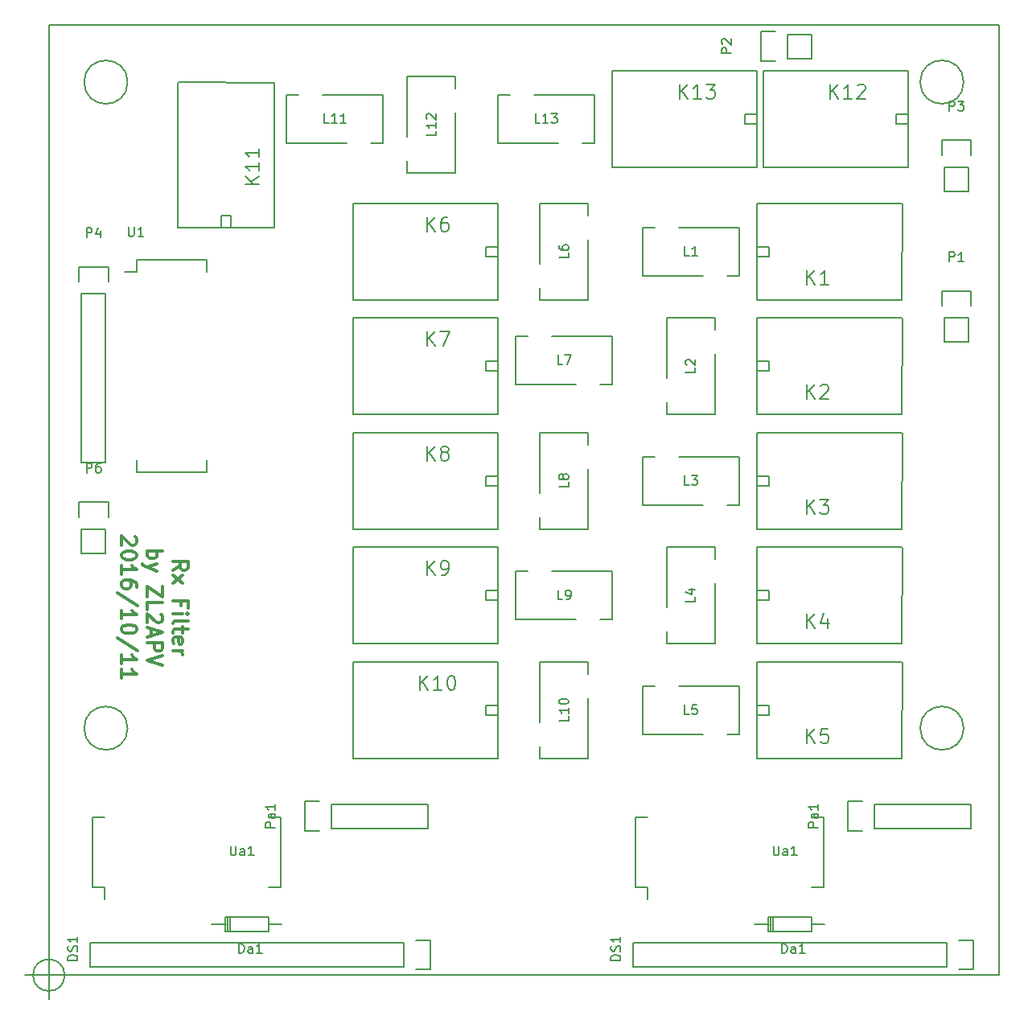
<source format=gbr>
G04 #@! TF.FileFunction,Legend,Top*
%FSLAX46Y46*%
G04 Gerber Fmt 4.6, Leading zero omitted, Abs format (unit mm)*
G04 Created by KiCad (PCBNEW 4.0.4+e1-6308~48~ubuntu14.04.1-stable) date Tue Oct 11 14:30:50 2016*
%MOMM*%
%LPD*%
G01*
G04 APERTURE LIST*
%ADD10C,0.100000*%
%ADD11C,0.150000*%
%ADD12C,0.300000*%
G04 APERTURE END LIST*
D10*
D11*
X89666666Y-160000000D02*
G75*
G03X89666666Y-160000000I-1666666J0D01*
G01*
X85500000Y-160000000D02*
X90500000Y-160000000D01*
X88000000Y-157500000D02*
X88000000Y-162500000D01*
D12*
X101036190Y-117399285D02*
X101798095Y-116865952D01*
X101036190Y-116484999D02*
X102636190Y-116484999D01*
X102636190Y-117094523D01*
X102560000Y-117246904D01*
X102483810Y-117323095D01*
X102331429Y-117399285D01*
X102102857Y-117399285D01*
X101950476Y-117323095D01*
X101874286Y-117246904D01*
X101798095Y-117094523D01*
X101798095Y-116484999D01*
X101036190Y-117932618D02*
X102102857Y-118770714D01*
X102102857Y-117932618D02*
X101036190Y-118770714D01*
X101874286Y-121132619D02*
X101874286Y-120599285D01*
X101036190Y-120599285D02*
X102636190Y-120599285D01*
X102636190Y-121361190D01*
X101036190Y-121970714D02*
X102102857Y-121970714D01*
X102636190Y-121970714D02*
X102560000Y-121894524D01*
X102483810Y-121970714D01*
X102560000Y-122046905D01*
X102636190Y-121970714D01*
X102483810Y-121970714D01*
X101036190Y-122961191D02*
X101112381Y-122808810D01*
X101264762Y-122732619D01*
X102636190Y-122732619D01*
X102102857Y-123342143D02*
X102102857Y-123951667D01*
X102636190Y-123570714D02*
X101264762Y-123570714D01*
X101112381Y-123646905D01*
X101036190Y-123799286D01*
X101036190Y-123951667D01*
X101112381Y-125094524D02*
X101036190Y-124942143D01*
X101036190Y-124637381D01*
X101112381Y-124485000D01*
X101264762Y-124408810D01*
X101874286Y-124408810D01*
X102026667Y-124485000D01*
X102102857Y-124637381D01*
X102102857Y-124942143D01*
X102026667Y-125094524D01*
X101874286Y-125170715D01*
X101721905Y-125170715D01*
X101569524Y-124408810D01*
X101036190Y-125856429D02*
X102102857Y-125856429D01*
X101798095Y-125856429D02*
X101950476Y-125932620D01*
X102026667Y-126008810D01*
X102102857Y-126161191D01*
X102102857Y-126313572D01*
X98336190Y-115380237D02*
X99936190Y-115380237D01*
X99326667Y-115380237D02*
X99402857Y-115532618D01*
X99402857Y-115837380D01*
X99326667Y-115989761D01*
X99250476Y-116065952D01*
X99098095Y-116142142D01*
X98640952Y-116142142D01*
X98488571Y-116065952D01*
X98412381Y-115989761D01*
X98336190Y-115837380D01*
X98336190Y-115532618D01*
X98412381Y-115380237D01*
X99402857Y-116675475D02*
X98336190Y-117056428D01*
X99402857Y-117437380D02*
X98336190Y-117056428D01*
X97955238Y-116904047D01*
X97879048Y-116827856D01*
X97802857Y-116675475D01*
X99936190Y-119113571D02*
X99936190Y-120180238D01*
X98336190Y-119113571D01*
X98336190Y-120180238D01*
X98336190Y-121551667D02*
X98336190Y-120789762D01*
X99936190Y-120789762D01*
X99783810Y-122008810D02*
X99860000Y-122085000D01*
X99936190Y-122237381D01*
X99936190Y-122618334D01*
X99860000Y-122770715D01*
X99783810Y-122846905D01*
X99631429Y-122923096D01*
X99479048Y-122923096D01*
X99250476Y-122846905D01*
X98336190Y-121932619D01*
X98336190Y-122923096D01*
X98793333Y-123532620D02*
X98793333Y-124294525D01*
X98336190Y-123380239D02*
X99936190Y-123913572D01*
X98336190Y-124446906D01*
X98336190Y-124980239D02*
X99936190Y-124980239D01*
X99936190Y-125589763D01*
X99860000Y-125742144D01*
X99783810Y-125818335D01*
X99631429Y-125894525D01*
X99402857Y-125894525D01*
X99250476Y-125818335D01*
X99174286Y-125742144D01*
X99098095Y-125589763D01*
X99098095Y-124980239D01*
X99936190Y-126351668D02*
X98336190Y-126885001D01*
X99936190Y-127418335D01*
X97083810Y-113818332D02*
X97160000Y-113894522D01*
X97236190Y-114046903D01*
X97236190Y-114427856D01*
X97160000Y-114580237D01*
X97083810Y-114656427D01*
X96931429Y-114732618D01*
X96779048Y-114732618D01*
X96550476Y-114656427D01*
X95636190Y-113742141D01*
X95636190Y-114732618D01*
X97236190Y-115723094D02*
X97236190Y-115875475D01*
X97160000Y-116027856D01*
X97083810Y-116104047D01*
X96931429Y-116180237D01*
X96626667Y-116256428D01*
X96245714Y-116256428D01*
X95940952Y-116180237D01*
X95788571Y-116104047D01*
X95712381Y-116027856D01*
X95636190Y-115875475D01*
X95636190Y-115723094D01*
X95712381Y-115570713D01*
X95788571Y-115494523D01*
X95940952Y-115418332D01*
X96245714Y-115342142D01*
X96626667Y-115342142D01*
X96931429Y-115418332D01*
X97083810Y-115494523D01*
X97160000Y-115570713D01*
X97236190Y-115723094D01*
X95636190Y-117780238D02*
X95636190Y-116865952D01*
X95636190Y-117323095D02*
X97236190Y-117323095D01*
X97007619Y-117170714D01*
X96855238Y-117018333D01*
X96779048Y-116865952D01*
X97236190Y-119151667D02*
X97236190Y-118846905D01*
X97160000Y-118694524D01*
X97083810Y-118618333D01*
X96855238Y-118465952D01*
X96550476Y-118389762D01*
X95940952Y-118389762D01*
X95788571Y-118465952D01*
X95712381Y-118542143D01*
X95636190Y-118694524D01*
X95636190Y-118999286D01*
X95712381Y-119151667D01*
X95788571Y-119227857D01*
X95940952Y-119304048D01*
X96321905Y-119304048D01*
X96474286Y-119227857D01*
X96550476Y-119151667D01*
X96626667Y-118999286D01*
X96626667Y-118694524D01*
X96550476Y-118542143D01*
X96474286Y-118465952D01*
X96321905Y-118389762D01*
X97312381Y-121132620D02*
X95255238Y-119761191D01*
X95636190Y-122504048D02*
X95636190Y-121589762D01*
X95636190Y-122046905D02*
X97236190Y-122046905D01*
X97007619Y-121894524D01*
X96855238Y-121742143D01*
X96779048Y-121589762D01*
X97236190Y-123494524D02*
X97236190Y-123646905D01*
X97160000Y-123799286D01*
X97083810Y-123875477D01*
X96931429Y-123951667D01*
X96626667Y-124027858D01*
X96245714Y-124027858D01*
X95940952Y-123951667D01*
X95788571Y-123875477D01*
X95712381Y-123799286D01*
X95636190Y-123646905D01*
X95636190Y-123494524D01*
X95712381Y-123342143D01*
X95788571Y-123265953D01*
X95940952Y-123189762D01*
X96245714Y-123113572D01*
X96626667Y-123113572D01*
X96931429Y-123189762D01*
X97083810Y-123265953D01*
X97160000Y-123342143D01*
X97236190Y-123494524D01*
X97312381Y-125856430D02*
X95255238Y-124485001D01*
X95636190Y-127227858D02*
X95636190Y-126313572D01*
X95636190Y-126770715D02*
X97236190Y-126770715D01*
X97007619Y-126618334D01*
X96855238Y-126465953D01*
X96779048Y-126313572D01*
X95636190Y-128751668D02*
X95636190Y-127837382D01*
X95636190Y-128294525D02*
X97236190Y-128294525D01*
X97007619Y-128142144D01*
X96855238Y-127989763D01*
X96779048Y-127837382D01*
D11*
X88000000Y-160000000D02*
X88000000Y-60000000D01*
X188000000Y-160000000D02*
X88000000Y-160000000D01*
X188000000Y-60000000D02*
X188000000Y-160000000D01*
X88000000Y-60000000D02*
X188000000Y-60000000D01*
X149724000Y-150741000D02*
X150994000Y-150741000D01*
X149724000Y-143391000D02*
X150994000Y-143391000D01*
X169554000Y-143391000D02*
X168284000Y-143391000D01*
X169554000Y-150741000D02*
X168284000Y-150741000D01*
X149724000Y-150741000D02*
X149724000Y-143391000D01*
X169554000Y-150741000D02*
X169554000Y-143391000D01*
X150994000Y-150741000D02*
X150994000Y-152026000D01*
X173609000Y-144806000D02*
X172059000Y-144806000D01*
X172059000Y-144806000D02*
X172059000Y-141706000D01*
X172059000Y-141706000D02*
X173609000Y-141706000D01*
X174879000Y-141986000D02*
X185039000Y-141986000D01*
X185039000Y-141986000D02*
X185039000Y-144526000D01*
X185039000Y-144526000D02*
X174879000Y-144526000D01*
X174879000Y-141986000D02*
X174879000Y-144526000D01*
X182499000Y-156591000D02*
X149479000Y-156591000D01*
X149479000Y-156591000D02*
X149479000Y-159131000D01*
X149479000Y-159131000D02*
X182499000Y-159131000D01*
X185319000Y-159411000D02*
X183769000Y-159411000D01*
X182499000Y-159131000D02*
X182499000Y-156591000D01*
X183769000Y-156311000D02*
X185319000Y-156311000D01*
X185319000Y-156311000D02*
X185319000Y-159411000D01*
X168275520Y-154683460D02*
X169672520Y-154683460D01*
X163830520Y-154683460D02*
X162306520Y-154683460D01*
X164211520Y-153921460D02*
X164211520Y-155445460D01*
X163957520Y-153921460D02*
X163957520Y-155445460D01*
X163703520Y-154683460D02*
X163703520Y-155445460D01*
X163703520Y-155445460D02*
X168275520Y-155445460D01*
X168275520Y-155445460D02*
X168275520Y-153921460D01*
X168275520Y-153921460D02*
X163703520Y-153921460D01*
X163703520Y-153921460D02*
X163703520Y-154683460D01*
X135001000Y-132588000D02*
X135255000Y-132588000D01*
X135255000Y-131572000D02*
X133985000Y-131572000D01*
X133985000Y-131572000D02*
X133985000Y-132588000D01*
X133985000Y-132588000D02*
X135001000Y-132588000D01*
X120015000Y-137160000D02*
X135255000Y-137160000D01*
X135255000Y-137160000D02*
X135255000Y-127000000D01*
X135255000Y-127000000D02*
X120015000Y-127000000D01*
X120015000Y-127000000D02*
X120003000Y-137112000D01*
X96286000Y-134000000D02*
G75*
G03X96286000Y-134000000I-2286000J0D01*
G01*
X184286000Y-134000000D02*
G75*
G03X184286000Y-134000000I-2286000J0D01*
G01*
X184286000Y-66000000D02*
G75*
G03X184286000Y-66000000I-2286000J0D01*
G01*
X135001000Y-120523000D02*
X135255000Y-120523000D01*
X135255000Y-119507000D02*
X133985000Y-119507000D01*
X133985000Y-119507000D02*
X133985000Y-120523000D01*
X133985000Y-120523000D02*
X135001000Y-120523000D01*
X120015000Y-125095000D02*
X135255000Y-125095000D01*
X135255000Y-125095000D02*
X135255000Y-114935000D01*
X135255000Y-114935000D02*
X120015000Y-114935000D01*
X120015000Y-114935000D02*
X120003000Y-125047000D01*
X162814000Y-83312000D02*
X162560000Y-83312000D01*
X162560000Y-84328000D02*
X163830000Y-84328000D01*
X163830000Y-84328000D02*
X163830000Y-83312000D01*
X163830000Y-83312000D02*
X162814000Y-83312000D01*
X177800000Y-78740000D02*
X162560000Y-78740000D01*
X162560000Y-78740000D02*
X162560000Y-88900000D01*
X162560000Y-88900000D02*
X177800000Y-88900000D01*
X177800000Y-88900000D02*
X177812000Y-78788000D01*
X162814000Y-95377000D02*
X162560000Y-95377000D01*
X162560000Y-96393000D02*
X163830000Y-96393000D01*
X163830000Y-96393000D02*
X163830000Y-95377000D01*
X163830000Y-95377000D02*
X162814000Y-95377000D01*
X177800000Y-90805000D02*
X162560000Y-90805000D01*
X162560000Y-90805000D02*
X162560000Y-100965000D01*
X162560000Y-100965000D02*
X177800000Y-100965000D01*
X177800000Y-100965000D02*
X177812000Y-90853000D01*
X162814000Y-107442000D02*
X162560000Y-107442000D01*
X162560000Y-108458000D02*
X163830000Y-108458000D01*
X163830000Y-108458000D02*
X163830000Y-107442000D01*
X163830000Y-107442000D02*
X162814000Y-107442000D01*
X177800000Y-102870000D02*
X162560000Y-102870000D01*
X162560000Y-102870000D02*
X162560000Y-113030000D01*
X162560000Y-113030000D02*
X177800000Y-113030000D01*
X177800000Y-113030000D02*
X177812000Y-102918000D01*
X162814000Y-119507000D02*
X162560000Y-119507000D01*
X162560000Y-120523000D02*
X163830000Y-120523000D01*
X163830000Y-120523000D02*
X163830000Y-119507000D01*
X163830000Y-119507000D02*
X162814000Y-119507000D01*
X177800000Y-114935000D02*
X162560000Y-114935000D01*
X162560000Y-114935000D02*
X162560000Y-125095000D01*
X162560000Y-125095000D02*
X177800000Y-125095000D01*
X177800000Y-125095000D02*
X177812000Y-114983000D01*
X162814000Y-131572000D02*
X162560000Y-131572000D01*
X162560000Y-132588000D02*
X163830000Y-132588000D01*
X163830000Y-132588000D02*
X163830000Y-131572000D01*
X163830000Y-131572000D02*
X162814000Y-131572000D01*
X177800000Y-127000000D02*
X162560000Y-127000000D01*
X162560000Y-127000000D02*
X162560000Y-137160000D01*
X162560000Y-137160000D02*
X177800000Y-137160000D01*
X177800000Y-137160000D02*
X177812000Y-127048000D01*
X135001000Y-84328000D02*
X135255000Y-84328000D01*
X135255000Y-83312000D02*
X133985000Y-83312000D01*
X133985000Y-83312000D02*
X133985000Y-84328000D01*
X133985000Y-84328000D02*
X135001000Y-84328000D01*
X120015000Y-88900000D02*
X135255000Y-88900000D01*
X135255000Y-88900000D02*
X135255000Y-78740000D01*
X135255000Y-78740000D02*
X120015000Y-78740000D01*
X120015000Y-78740000D02*
X120003000Y-88852000D01*
X135001000Y-96393000D02*
X135255000Y-96393000D01*
X135255000Y-95377000D02*
X133985000Y-95377000D01*
X133985000Y-95377000D02*
X133985000Y-96393000D01*
X133985000Y-96393000D02*
X135001000Y-96393000D01*
X120015000Y-100965000D02*
X135255000Y-100965000D01*
X135255000Y-100965000D02*
X135255000Y-90805000D01*
X135255000Y-90805000D02*
X120015000Y-90805000D01*
X120015000Y-90805000D02*
X120003000Y-100917000D01*
X135001000Y-108458000D02*
X135255000Y-108458000D01*
X135255000Y-107442000D02*
X133985000Y-107442000D01*
X133985000Y-107442000D02*
X133985000Y-108458000D01*
X133985000Y-108458000D02*
X135001000Y-108458000D01*
X120015000Y-113030000D02*
X135255000Y-113030000D01*
X135255000Y-113030000D02*
X135255000Y-102870000D01*
X135255000Y-102870000D02*
X120015000Y-102870000D01*
X120015000Y-102870000D02*
X120003000Y-112982000D01*
X106172000Y-81026000D02*
X106172000Y-81280000D01*
X107188000Y-81280000D02*
X107188000Y-80010000D01*
X107188000Y-80010000D02*
X106172000Y-80010000D01*
X106172000Y-80010000D02*
X106172000Y-81026000D01*
X101600000Y-66040000D02*
X101600000Y-81280000D01*
X101600000Y-81280000D02*
X111760000Y-81280000D01*
X111760000Y-81280000D02*
X111760000Y-66040000D01*
X111760000Y-66040000D02*
X101648000Y-66028000D01*
X178181000Y-70358000D02*
X178435000Y-70358000D01*
X178435000Y-69342000D02*
X177165000Y-69342000D01*
X177165000Y-69342000D02*
X177165000Y-70358000D01*
X177165000Y-70358000D02*
X178181000Y-70358000D01*
X163195000Y-74930000D02*
X178435000Y-74930000D01*
X178435000Y-74930000D02*
X178435000Y-64770000D01*
X178435000Y-64770000D02*
X163195000Y-64770000D01*
X163195000Y-64770000D02*
X163183000Y-74882000D01*
X162306000Y-70358000D02*
X162560000Y-70358000D01*
X162560000Y-69342000D02*
X161290000Y-69342000D01*
X161290000Y-69342000D02*
X161290000Y-70358000D01*
X161290000Y-70358000D02*
X162306000Y-70358000D01*
X147320000Y-74930000D02*
X162560000Y-74930000D01*
X162560000Y-74930000D02*
X162560000Y-64770000D01*
X162560000Y-64770000D02*
X147320000Y-64770000D01*
X147320000Y-64770000D02*
X147308000Y-74882000D01*
X150495000Y-86360000D02*
X156845000Y-86360000D01*
X160655000Y-81280000D02*
X154305000Y-81280000D01*
X150495000Y-81280000D02*
X151765000Y-81280000D01*
X160655000Y-86360000D02*
X159385000Y-86360000D01*
X150495000Y-81280000D02*
X150495000Y-86360000D01*
X160655000Y-86360000D02*
X160655000Y-81280000D01*
X158115000Y-100965000D02*
X158115000Y-94615000D01*
X153035000Y-90805000D02*
X153035000Y-97155000D01*
X153035000Y-100965000D02*
X153035000Y-99695000D01*
X158115000Y-90805000D02*
X158115000Y-92075000D01*
X153035000Y-100965000D02*
X158115000Y-100965000D01*
X158115000Y-90805000D02*
X153035000Y-90805000D01*
X150495000Y-110490000D02*
X156845000Y-110490000D01*
X160655000Y-105410000D02*
X154305000Y-105410000D01*
X150495000Y-105410000D02*
X151765000Y-105410000D01*
X160655000Y-110490000D02*
X159385000Y-110490000D01*
X150495000Y-105410000D02*
X150495000Y-110490000D01*
X160655000Y-110490000D02*
X160655000Y-105410000D01*
X158115000Y-125095000D02*
X158115000Y-118745000D01*
X153035000Y-114935000D02*
X153035000Y-121285000D01*
X153035000Y-125095000D02*
X153035000Y-123825000D01*
X158115000Y-114935000D02*
X158115000Y-116205000D01*
X153035000Y-125095000D02*
X158115000Y-125095000D01*
X158115000Y-114935000D02*
X153035000Y-114935000D01*
X150495000Y-134620000D02*
X156845000Y-134620000D01*
X160655000Y-129540000D02*
X154305000Y-129540000D01*
X150495000Y-129540000D02*
X151765000Y-129540000D01*
X160655000Y-134620000D02*
X159385000Y-134620000D01*
X150495000Y-129540000D02*
X150495000Y-134620000D01*
X160655000Y-134620000D02*
X160655000Y-129540000D01*
X139700000Y-78740000D02*
X139700000Y-85090000D01*
X144780000Y-88900000D02*
X144780000Y-82550000D01*
X144780000Y-78740000D02*
X144780000Y-80010000D01*
X139700000Y-88900000D02*
X139700000Y-87630000D01*
X144780000Y-78740000D02*
X139700000Y-78740000D01*
X139700000Y-88900000D02*
X144780000Y-88900000D01*
X147320000Y-92710000D02*
X140970000Y-92710000D01*
X137160000Y-97790000D02*
X143510000Y-97790000D01*
X147320000Y-97790000D02*
X146050000Y-97790000D01*
X137160000Y-92710000D02*
X138430000Y-92710000D01*
X147320000Y-97790000D02*
X147320000Y-92710000D01*
X137160000Y-92710000D02*
X137160000Y-97790000D01*
X139700000Y-102870000D02*
X139700000Y-109220000D01*
X144780000Y-113030000D02*
X144780000Y-106680000D01*
X144780000Y-102870000D02*
X144780000Y-104140000D01*
X139700000Y-113030000D02*
X139700000Y-111760000D01*
X144780000Y-102870000D02*
X139700000Y-102870000D01*
X139700000Y-113030000D02*
X144780000Y-113030000D01*
X147320000Y-117475000D02*
X140970000Y-117475000D01*
X137160000Y-122555000D02*
X143510000Y-122555000D01*
X147320000Y-122555000D02*
X146050000Y-122555000D01*
X137160000Y-117475000D02*
X138430000Y-117475000D01*
X147320000Y-122555000D02*
X147320000Y-117475000D01*
X137160000Y-117475000D02*
X137160000Y-122555000D01*
X139700000Y-127000000D02*
X139700000Y-133350000D01*
X144780000Y-137160000D02*
X144780000Y-130810000D01*
X144780000Y-127000000D02*
X144780000Y-128270000D01*
X139700000Y-137160000D02*
X139700000Y-135890000D01*
X144780000Y-127000000D02*
X139700000Y-127000000D01*
X139700000Y-137160000D02*
X144780000Y-137160000D01*
X113030000Y-72390000D02*
X119380000Y-72390000D01*
X123190000Y-67310000D02*
X116840000Y-67310000D01*
X113030000Y-67310000D02*
X114300000Y-67310000D01*
X123190000Y-72390000D02*
X121920000Y-72390000D01*
X113030000Y-67310000D02*
X113030000Y-72390000D01*
X123190000Y-72390000D02*
X123190000Y-67310000D01*
X125730000Y-65405000D02*
X125730000Y-71755000D01*
X130810000Y-75565000D02*
X130810000Y-69215000D01*
X130810000Y-65405000D02*
X130810000Y-66675000D01*
X125730000Y-75565000D02*
X125730000Y-74295000D01*
X130810000Y-65405000D02*
X125730000Y-65405000D01*
X125730000Y-75565000D02*
X130810000Y-75565000D01*
X135255000Y-72390000D02*
X141605000Y-72390000D01*
X145415000Y-67310000D02*
X139065000Y-67310000D01*
X135255000Y-67310000D02*
X136525000Y-67310000D01*
X145415000Y-72390000D02*
X144145000Y-72390000D01*
X135255000Y-67310000D02*
X135255000Y-72390000D01*
X145415000Y-72390000D02*
X145415000Y-67310000D01*
X93980000Y-88265000D02*
X93980000Y-106045000D01*
X93980000Y-106045000D02*
X91440000Y-106045000D01*
X91440000Y-106045000D02*
X91440000Y-88265000D01*
X94260000Y-85445000D02*
X94260000Y-86995000D01*
X93980000Y-88265000D02*
X91440000Y-88265000D01*
X91160000Y-86995000D02*
X91160000Y-85445000D01*
X91160000Y-85445000D02*
X94260000Y-85445000D01*
X93980000Y-113030000D02*
X93980000Y-115570000D01*
X94260000Y-110210000D02*
X94260000Y-111760000D01*
X93980000Y-113030000D02*
X91440000Y-113030000D01*
X91160000Y-111760000D02*
X91160000Y-110210000D01*
X91160000Y-110210000D02*
X94260000Y-110210000D01*
X91440000Y-113030000D02*
X91440000Y-115570000D01*
X91440000Y-115570000D02*
X93980000Y-115570000D01*
X97290000Y-84700000D02*
X97290000Y-85970000D01*
X104640000Y-84700000D02*
X104640000Y-85970000D01*
X104640000Y-107070000D02*
X104640000Y-105800000D01*
X97290000Y-107070000D02*
X97290000Y-105800000D01*
X97290000Y-84700000D02*
X104640000Y-84700000D01*
X97290000Y-107070000D02*
X104640000Y-107070000D01*
X97290000Y-85970000D02*
X96005000Y-85970000D01*
X184785000Y-90805000D02*
X184785000Y-93345000D01*
X185065000Y-87985000D02*
X185065000Y-89535000D01*
X184785000Y-90805000D02*
X182245000Y-90805000D01*
X181965000Y-89535000D02*
X181965000Y-87985000D01*
X181965000Y-87985000D02*
X185065000Y-87985000D01*
X182245000Y-90805000D02*
X182245000Y-93345000D01*
X182245000Y-93345000D02*
X184785000Y-93345000D01*
X165735000Y-60960000D02*
X168275000Y-60960000D01*
X162915000Y-60680000D02*
X164465000Y-60680000D01*
X165735000Y-60960000D02*
X165735000Y-63500000D01*
X164465000Y-63780000D02*
X162915000Y-63780000D01*
X162915000Y-63780000D02*
X162915000Y-60680000D01*
X165735000Y-63500000D02*
X168275000Y-63500000D01*
X168275000Y-63500000D02*
X168275000Y-60960000D01*
X184785000Y-74930000D02*
X184785000Y-77470000D01*
X185065000Y-72110000D02*
X185065000Y-73660000D01*
X184785000Y-74930000D02*
X182245000Y-74930000D01*
X181965000Y-73660000D02*
X181965000Y-72110000D01*
X181965000Y-72110000D02*
X185065000Y-72110000D01*
X182245000Y-74930000D02*
X182245000Y-77470000D01*
X182245000Y-77470000D02*
X184785000Y-77470000D01*
X96286000Y-66000000D02*
G75*
G03X96286000Y-66000000I-2286000J0D01*
G01*
X111125520Y-154683460D02*
X112522520Y-154683460D01*
X106680520Y-154683460D02*
X105156520Y-154683460D01*
X107061520Y-153921460D02*
X107061520Y-155445460D01*
X106807520Y-153921460D02*
X106807520Y-155445460D01*
X106553520Y-154683460D02*
X106553520Y-155445460D01*
X106553520Y-155445460D02*
X111125520Y-155445460D01*
X111125520Y-155445460D02*
X111125520Y-153921460D01*
X111125520Y-153921460D02*
X106553520Y-153921460D01*
X106553520Y-153921460D02*
X106553520Y-154683460D01*
X125349000Y-156591000D02*
X92329000Y-156591000D01*
X92329000Y-156591000D02*
X92329000Y-159131000D01*
X92329000Y-159131000D02*
X125349000Y-159131000D01*
X128169000Y-159411000D02*
X126619000Y-159411000D01*
X125349000Y-159131000D02*
X125349000Y-156591000D01*
X126619000Y-156311000D02*
X128169000Y-156311000D01*
X128169000Y-156311000D02*
X128169000Y-159411000D01*
X116459000Y-144806000D02*
X114909000Y-144806000D01*
X114909000Y-144806000D02*
X114909000Y-141706000D01*
X114909000Y-141706000D02*
X116459000Y-141706000D01*
X117729000Y-141986000D02*
X127889000Y-141986000D01*
X127889000Y-141986000D02*
X127889000Y-144526000D01*
X127889000Y-144526000D02*
X117729000Y-144526000D01*
X117729000Y-141986000D02*
X117729000Y-144526000D01*
X92574000Y-150741000D02*
X93844000Y-150741000D01*
X92574000Y-143391000D02*
X93844000Y-143391000D01*
X112404000Y-143391000D02*
X111134000Y-143391000D01*
X112404000Y-150741000D02*
X111134000Y-150741000D01*
X92574000Y-150741000D02*
X92574000Y-143391000D01*
X112404000Y-150741000D02*
X112404000Y-143391000D01*
X93844000Y-150741000D02*
X93844000Y-152026000D01*
X164266714Y-146391381D02*
X164266714Y-147200905D01*
X164314333Y-147296143D01*
X164361952Y-147343762D01*
X164457190Y-147391381D01*
X164647667Y-147391381D01*
X164742905Y-147343762D01*
X164790524Y-147296143D01*
X164838143Y-147200905D01*
X164838143Y-146391381D01*
X165742905Y-147391381D02*
X165742905Y-146867571D01*
X165695286Y-146772333D01*
X165600048Y-146724714D01*
X165409571Y-146724714D01*
X165314333Y-146772333D01*
X165742905Y-147343762D02*
X165647667Y-147391381D01*
X165409571Y-147391381D01*
X165314333Y-147343762D01*
X165266714Y-147248524D01*
X165266714Y-147153286D01*
X165314333Y-147058048D01*
X165409571Y-147010429D01*
X165647667Y-147010429D01*
X165742905Y-146962810D01*
X166742905Y-147391381D02*
X166171476Y-147391381D01*
X166457190Y-147391381D02*
X166457190Y-146391381D01*
X166361952Y-146534238D01*
X166266714Y-146629476D01*
X166171476Y-146677095D01*
X168961381Y-144446476D02*
X167961381Y-144446476D01*
X167961381Y-144065523D01*
X168009000Y-143970285D01*
X168056619Y-143922666D01*
X168151857Y-143875047D01*
X168294714Y-143875047D01*
X168389952Y-143922666D01*
X168437571Y-143970285D01*
X168485190Y-144065523D01*
X168485190Y-144446476D01*
X168961381Y-143017904D02*
X168437571Y-143017904D01*
X168342333Y-143065523D01*
X168294714Y-143160761D01*
X168294714Y-143351238D01*
X168342333Y-143446476D01*
X168913762Y-143017904D02*
X168961381Y-143113142D01*
X168961381Y-143351238D01*
X168913762Y-143446476D01*
X168818524Y-143494095D01*
X168723286Y-143494095D01*
X168628048Y-143446476D01*
X168580429Y-143351238D01*
X168580429Y-143113142D01*
X168532810Y-143017904D01*
X168961381Y-142017904D02*
X168961381Y-142589333D01*
X168961381Y-142303619D02*
X167961381Y-142303619D01*
X168104238Y-142398857D01*
X168199476Y-142494095D01*
X168247095Y-142589333D01*
X148153381Y-158440286D02*
X147153381Y-158440286D01*
X147153381Y-158202191D01*
X147201000Y-158059333D01*
X147296238Y-157964095D01*
X147391476Y-157916476D01*
X147581952Y-157868857D01*
X147724810Y-157868857D01*
X147915286Y-157916476D01*
X148010524Y-157964095D01*
X148105762Y-158059333D01*
X148153381Y-158202191D01*
X148153381Y-158440286D01*
X148105762Y-157487905D02*
X148153381Y-157345048D01*
X148153381Y-157106952D01*
X148105762Y-157011714D01*
X148058143Y-156964095D01*
X147962905Y-156916476D01*
X147867667Y-156916476D01*
X147772429Y-156964095D01*
X147724810Y-157011714D01*
X147677190Y-157106952D01*
X147629571Y-157297429D01*
X147581952Y-157392667D01*
X147534333Y-157440286D01*
X147439095Y-157487905D01*
X147343857Y-157487905D01*
X147248619Y-157440286D01*
X147201000Y-157392667D01*
X147153381Y-157297429D01*
X147153381Y-157059333D01*
X147201000Y-156916476D01*
X148153381Y-155964095D02*
X148153381Y-156535524D01*
X148153381Y-156249810D02*
X147153381Y-156249810D01*
X147296238Y-156345048D01*
X147391476Y-156440286D01*
X147439095Y-156535524D01*
X165149044Y-157675841D02*
X165149044Y-156675841D01*
X165387139Y-156675841D01*
X165529997Y-156723460D01*
X165625235Y-156818698D01*
X165672854Y-156913936D01*
X165720473Y-157104412D01*
X165720473Y-157247270D01*
X165672854Y-157437746D01*
X165625235Y-157532984D01*
X165529997Y-157628222D01*
X165387139Y-157675841D01*
X165149044Y-157675841D01*
X166577616Y-157675841D02*
X166577616Y-157152031D01*
X166529997Y-157056793D01*
X166434759Y-157009174D01*
X166244282Y-157009174D01*
X166149044Y-157056793D01*
X166577616Y-157628222D02*
X166482378Y-157675841D01*
X166244282Y-157675841D01*
X166149044Y-157628222D01*
X166101425Y-157532984D01*
X166101425Y-157437746D01*
X166149044Y-157342508D01*
X166244282Y-157294889D01*
X166482378Y-157294889D01*
X166577616Y-157247270D01*
X167577616Y-157675841D02*
X167006187Y-157675841D01*
X167291901Y-157675841D02*
X167291901Y-156675841D01*
X167196663Y-156818698D01*
X167101425Y-156913936D01*
X167006187Y-156961555D01*
X127083572Y-129964571D02*
X127083572Y-128464571D01*
X127940715Y-129964571D02*
X127297858Y-129107429D01*
X127940715Y-128464571D02*
X127083572Y-129321714D01*
X129369286Y-129964571D02*
X128512143Y-129964571D01*
X128940715Y-129964571D02*
X128940715Y-128464571D01*
X128797858Y-128678857D01*
X128655000Y-128821714D01*
X128512143Y-128893143D01*
X130297857Y-128464571D02*
X130440714Y-128464571D01*
X130583571Y-128536000D01*
X130655000Y-128607429D01*
X130726429Y-128750286D01*
X130797857Y-129036000D01*
X130797857Y-129393143D01*
X130726429Y-129678857D01*
X130655000Y-129821714D01*
X130583571Y-129893143D01*
X130440714Y-129964571D01*
X130297857Y-129964571D01*
X130155000Y-129893143D01*
X130083571Y-129821714D01*
X130012143Y-129678857D01*
X129940714Y-129393143D01*
X129940714Y-129036000D01*
X130012143Y-128750286D01*
X130083571Y-128607429D01*
X130155000Y-128536000D01*
X130297857Y-128464571D01*
X127797858Y-117899571D02*
X127797858Y-116399571D01*
X128655001Y-117899571D02*
X128012144Y-117042429D01*
X128655001Y-116399571D02*
X127797858Y-117256714D01*
X129369286Y-117899571D02*
X129655001Y-117899571D01*
X129797858Y-117828143D01*
X129869286Y-117756714D01*
X130012144Y-117542429D01*
X130083572Y-117256714D01*
X130083572Y-116685286D01*
X130012144Y-116542429D01*
X129940715Y-116471000D01*
X129797858Y-116399571D01*
X129512144Y-116399571D01*
X129369286Y-116471000D01*
X129297858Y-116542429D01*
X129226429Y-116685286D01*
X129226429Y-117042429D01*
X129297858Y-117185286D01*
X129369286Y-117256714D01*
X129512144Y-117328143D01*
X129797858Y-117328143D01*
X129940715Y-117256714D01*
X130012144Y-117185286D01*
X130083572Y-117042429D01*
X167802858Y-87292571D02*
X167802858Y-85792571D01*
X168660001Y-87292571D02*
X168017144Y-86435429D01*
X168660001Y-85792571D02*
X167802858Y-86649714D01*
X170088572Y-87292571D02*
X169231429Y-87292571D01*
X169660001Y-87292571D02*
X169660001Y-85792571D01*
X169517144Y-86006857D01*
X169374286Y-86149714D01*
X169231429Y-86221143D01*
X167802858Y-99357571D02*
X167802858Y-97857571D01*
X168660001Y-99357571D02*
X168017144Y-98500429D01*
X168660001Y-97857571D02*
X167802858Y-98714714D01*
X169231429Y-98000429D02*
X169302858Y-97929000D01*
X169445715Y-97857571D01*
X169802858Y-97857571D01*
X169945715Y-97929000D01*
X170017144Y-98000429D01*
X170088572Y-98143286D01*
X170088572Y-98286143D01*
X170017144Y-98500429D01*
X169160001Y-99357571D01*
X170088572Y-99357571D01*
X167802858Y-111422571D02*
X167802858Y-109922571D01*
X168660001Y-111422571D02*
X168017144Y-110565429D01*
X168660001Y-109922571D02*
X167802858Y-110779714D01*
X169160001Y-109922571D02*
X170088572Y-109922571D01*
X169588572Y-110494000D01*
X169802858Y-110494000D01*
X169945715Y-110565429D01*
X170017144Y-110636857D01*
X170088572Y-110779714D01*
X170088572Y-111136857D01*
X170017144Y-111279714D01*
X169945715Y-111351143D01*
X169802858Y-111422571D01*
X169374286Y-111422571D01*
X169231429Y-111351143D01*
X169160001Y-111279714D01*
X167802858Y-123487571D02*
X167802858Y-121987571D01*
X168660001Y-123487571D02*
X168017144Y-122630429D01*
X168660001Y-121987571D02*
X167802858Y-122844714D01*
X169945715Y-122487571D02*
X169945715Y-123487571D01*
X169588572Y-121916143D02*
X169231429Y-122987571D01*
X170160001Y-122987571D01*
X167802858Y-135552571D02*
X167802858Y-134052571D01*
X168660001Y-135552571D02*
X168017144Y-134695429D01*
X168660001Y-134052571D02*
X167802858Y-134909714D01*
X170017144Y-134052571D02*
X169302858Y-134052571D01*
X169231429Y-134766857D01*
X169302858Y-134695429D01*
X169445715Y-134624000D01*
X169802858Y-134624000D01*
X169945715Y-134695429D01*
X170017144Y-134766857D01*
X170088572Y-134909714D01*
X170088572Y-135266857D01*
X170017144Y-135409714D01*
X169945715Y-135481143D01*
X169802858Y-135552571D01*
X169445715Y-135552571D01*
X169302858Y-135481143D01*
X169231429Y-135409714D01*
X127797858Y-81704571D02*
X127797858Y-80204571D01*
X128655001Y-81704571D02*
X128012144Y-80847429D01*
X128655001Y-80204571D02*
X127797858Y-81061714D01*
X129940715Y-80204571D02*
X129655001Y-80204571D01*
X129512144Y-80276000D01*
X129440715Y-80347429D01*
X129297858Y-80561714D01*
X129226429Y-80847429D01*
X129226429Y-81418857D01*
X129297858Y-81561714D01*
X129369286Y-81633143D01*
X129512144Y-81704571D01*
X129797858Y-81704571D01*
X129940715Y-81633143D01*
X130012144Y-81561714D01*
X130083572Y-81418857D01*
X130083572Y-81061714D01*
X130012144Y-80918857D01*
X129940715Y-80847429D01*
X129797858Y-80776000D01*
X129512144Y-80776000D01*
X129369286Y-80847429D01*
X129297858Y-80918857D01*
X129226429Y-81061714D01*
X127797858Y-93769571D02*
X127797858Y-92269571D01*
X128655001Y-93769571D02*
X128012144Y-92912429D01*
X128655001Y-92269571D02*
X127797858Y-93126714D01*
X129155001Y-92269571D02*
X130155001Y-92269571D01*
X129512144Y-93769571D01*
X127797858Y-105834571D02*
X127797858Y-104334571D01*
X128655001Y-105834571D02*
X128012144Y-104977429D01*
X128655001Y-104334571D02*
X127797858Y-105191714D01*
X129512144Y-104977429D02*
X129369286Y-104906000D01*
X129297858Y-104834571D01*
X129226429Y-104691714D01*
X129226429Y-104620286D01*
X129297858Y-104477429D01*
X129369286Y-104406000D01*
X129512144Y-104334571D01*
X129797858Y-104334571D01*
X129940715Y-104406000D01*
X130012144Y-104477429D01*
X130083572Y-104620286D01*
X130083572Y-104691714D01*
X130012144Y-104834571D01*
X129940715Y-104906000D01*
X129797858Y-104977429D01*
X129512144Y-104977429D01*
X129369286Y-105048857D01*
X129297858Y-105120286D01*
X129226429Y-105263143D01*
X129226429Y-105548857D01*
X129297858Y-105691714D01*
X129369286Y-105763143D01*
X129512144Y-105834571D01*
X129797858Y-105834571D01*
X129940715Y-105763143D01*
X130012144Y-105691714D01*
X130083572Y-105548857D01*
X130083572Y-105263143D01*
X130012144Y-105120286D01*
X129940715Y-105048857D01*
X129797858Y-104977429D01*
X110152571Y-76751428D02*
X108652571Y-76751428D01*
X110152571Y-75894285D02*
X109295429Y-76537142D01*
X108652571Y-75894285D02*
X109509714Y-76751428D01*
X110152571Y-74465714D02*
X110152571Y-75322857D01*
X110152571Y-74894285D02*
X108652571Y-74894285D01*
X108866857Y-75037142D01*
X109009714Y-75180000D01*
X109081143Y-75322857D01*
X110152571Y-73037143D02*
X110152571Y-73894286D01*
X110152571Y-73465714D02*
X108652571Y-73465714D01*
X108866857Y-73608571D01*
X109009714Y-73751429D01*
X109081143Y-73894286D01*
X170263572Y-67734571D02*
X170263572Y-66234571D01*
X171120715Y-67734571D02*
X170477858Y-66877429D01*
X171120715Y-66234571D02*
X170263572Y-67091714D01*
X172549286Y-67734571D02*
X171692143Y-67734571D01*
X172120715Y-67734571D02*
X172120715Y-66234571D01*
X171977858Y-66448857D01*
X171835000Y-66591714D01*
X171692143Y-66663143D01*
X173120714Y-66377429D02*
X173192143Y-66306000D01*
X173335000Y-66234571D01*
X173692143Y-66234571D01*
X173835000Y-66306000D01*
X173906429Y-66377429D01*
X173977857Y-66520286D01*
X173977857Y-66663143D01*
X173906429Y-66877429D01*
X173049286Y-67734571D01*
X173977857Y-67734571D01*
X154388572Y-67734571D02*
X154388572Y-66234571D01*
X155245715Y-67734571D02*
X154602858Y-66877429D01*
X155245715Y-66234571D02*
X154388572Y-67091714D01*
X156674286Y-67734571D02*
X155817143Y-67734571D01*
X156245715Y-67734571D02*
X156245715Y-66234571D01*
X156102858Y-66448857D01*
X155960000Y-66591714D01*
X155817143Y-66663143D01*
X157174286Y-66234571D02*
X158102857Y-66234571D01*
X157602857Y-66806000D01*
X157817143Y-66806000D01*
X157960000Y-66877429D01*
X158031429Y-66948857D01*
X158102857Y-67091714D01*
X158102857Y-67448857D01*
X158031429Y-67591714D01*
X157960000Y-67663143D01*
X157817143Y-67734571D01*
X157388571Y-67734571D01*
X157245714Y-67663143D01*
X157174286Y-67591714D01*
X155408334Y-84272381D02*
X154932143Y-84272381D01*
X154932143Y-83272381D01*
X156265477Y-84272381D02*
X155694048Y-84272381D01*
X155979762Y-84272381D02*
X155979762Y-83272381D01*
X155884524Y-83415238D01*
X155789286Y-83510476D01*
X155694048Y-83558095D01*
X156027381Y-96051666D02*
X156027381Y-96527857D01*
X155027381Y-96527857D01*
X155122619Y-95765952D02*
X155075000Y-95718333D01*
X155027381Y-95623095D01*
X155027381Y-95384999D01*
X155075000Y-95289761D01*
X155122619Y-95242142D01*
X155217857Y-95194523D01*
X155313095Y-95194523D01*
X155455952Y-95242142D01*
X156027381Y-95813571D01*
X156027381Y-95194523D01*
X155408334Y-108402381D02*
X154932143Y-108402381D01*
X154932143Y-107402381D01*
X155646429Y-107402381D02*
X156265477Y-107402381D01*
X155932143Y-107783333D01*
X156075001Y-107783333D01*
X156170239Y-107830952D01*
X156217858Y-107878571D01*
X156265477Y-107973810D01*
X156265477Y-108211905D01*
X156217858Y-108307143D01*
X156170239Y-108354762D01*
X156075001Y-108402381D01*
X155789286Y-108402381D01*
X155694048Y-108354762D01*
X155646429Y-108307143D01*
X156027381Y-120181666D02*
X156027381Y-120657857D01*
X155027381Y-120657857D01*
X155360714Y-119419761D02*
X156027381Y-119419761D01*
X154979762Y-119657857D02*
X155694048Y-119895952D01*
X155694048Y-119276904D01*
X155408334Y-132532381D02*
X154932143Y-132532381D01*
X154932143Y-131532381D01*
X156217858Y-131532381D02*
X155741667Y-131532381D01*
X155694048Y-132008571D01*
X155741667Y-131960952D01*
X155836905Y-131913333D01*
X156075001Y-131913333D01*
X156170239Y-131960952D01*
X156217858Y-132008571D01*
X156265477Y-132103810D01*
X156265477Y-132341905D01*
X156217858Y-132437143D01*
X156170239Y-132484762D01*
X156075001Y-132532381D01*
X155836905Y-132532381D01*
X155741667Y-132484762D01*
X155694048Y-132437143D01*
X142692381Y-83986666D02*
X142692381Y-84462857D01*
X141692381Y-84462857D01*
X141692381Y-83224761D02*
X141692381Y-83415238D01*
X141740000Y-83510476D01*
X141787619Y-83558095D01*
X141930476Y-83653333D01*
X142120952Y-83700952D01*
X142501905Y-83700952D01*
X142597143Y-83653333D01*
X142644762Y-83605714D01*
X142692381Y-83510476D01*
X142692381Y-83319999D01*
X142644762Y-83224761D01*
X142597143Y-83177142D01*
X142501905Y-83129523D01*
X142263810Y-83129523D01*
X142168571Y-83177142D01*
X142120952Y-83224761D01*
X142073333Y-83319999D01*
X142073333Y-83510476D01*
X142120952Y-83605714D01*
X142168571Y-83653333D01*
X142263810Y-83700952D01*
X142073334Y-95702381D02*
X141597143Y-95702381D01*
X141597143Y-94702381D01*
X142311429Y-94702381D02*
X142978096Y-94702381D01*
X142549524Y-95702381D01*
X142692381Y-108116666D02*
X142692381Y-108592857D01*
X141692381Y-108592857D01*
X142120952Y-107640476D02*
X142073333Y-107735714D01*
X142025714Y-107783333D01*
X141930476Y-107830952D01*
X141882857Y-107830952D01*
X141787619Y-107783333D01*
X141740000Y-107735714D01*
X141692381Y-107640476D01*
X141692381Y-107449999D01*
X141740000Y-107354761D01*
X141787619Y-107307142D01*
X141882857Y-107259523D01*
X141930476Y-107259523D01*
X142025714Y-107307142D01*
X142073333Y-107354761D01*
X142120952Y-107449999D01*
X142120952Y-107640476D01*
X142168571Y-107735714D01*
X142216190Y-107783333D01*
X142311429Y-107830952D01*
X142501905Y-107830952D01*
X142597143Y-107783333D01*
X142644762Y-107735714D01*
X142692381Y-107640476D01*
X142692381Y-107449999D01*
X142644762Y-107354761D01*
X142597143Y-107307142D01*
X142501905Y-107259523D01*
X142311429Y-107259523D01*
X142216190Y-107307142D01*
X142168571Y-107354761D01*
X142120952Y-107449999D01*
X142073334Y-120467381D02*
X141597143Y-120467381D01*
X141597143Y-119467381D01*
X142454286Y-120467381D02*
X142644762Y-120467381D01*
X142740001Y-120419762D01*
X142787620Y-120372143D01*
X142882858Y-120229286D01*
X142930477Y-120038810D01*
X142930477Y-119657857D01*
X142882858Y-119562619D01*
X142835239Y-119515000D01*
X142740001Y-119467381D01*
X142549524Y-119467381D01*
X142454286Y-119515000D01*
X142406667Y-119562619D01*
X142359048Y-119657857D01*
X142359048Y-119895952D01*
X142406667Y-119991190D01*
X142454286Y-120038810D01*
X142549524Y-120086429D01*
X142740001Y-120086429D01*
X142835239Y-120038810D01*
X142882858Y-119991190D01*
X142930477Y-119895952D01*
X142692381Y-132722857D02*
X142692381Y-133199048D01*
X141692381Y-133199048D01*
X142692381Y-131865714D02*
X142692381Y-132437143D01*
X142692381Y-132151429D02*
X141692381Y-132151429D01*
X141835238Y-132246667D01*
X141930476Y-132341905D01*
X141978095Y-132437143D01*
X141692381Y-131246667D02*
X141692381Y-131151428D01*
X141740000Y-131056190D01*
X141787619Y-131008571D01*
X141882857Y-130960952D01*
X142073333Y-130913333D01*
X142311429Y-130913333D01*
X142501905Y-130960952D01*
X142597143Y-131008571D01*
X142644762Y-131056190D01*
X142692381Y-131151428D01*
X142692381Y-131246667D01*
X142644762Y-131341905D01*
X142597143Y-131389524D01*
X142501905Y-131437143D01*
X142311429Y-131484762D01*
X142073333Y-131484762D01*
X141882857Y-131437143D01*
X141787619Y-131389524D01*
X141740000Y-131341905D01*
X141692381Y-131246667D01*
X117467143Y-70302381D02*
X116990952Y-70302381D01*
X116990952Y-69302381D01*
X118324286Y-70302381D02*
X117752857Y-70302381D01*
X118038571Y-70302381D02*
X118038571Y-69302381D01*
X117943333Y-69445238D01*
X117848095Y-69540476D01*
X117752857Y-69588095D01*
X119276667Y-70302381D02*
X118705238Y-70302381D01*
X118990952Y-70302381D02*
X118990952Y-69302381D01*
X118895714Y-69445238D01*
X118800476Y-69540476D01*
X118705238Y-69588095D01*
X128722381Y-71127857D02*
X128722381Y-71604048D01*
X127722381Y-71604048D01*
X128722381Y-70270714D02*
X128722381Y-70842143D01*
X128722381Y-70556429D02*
X127722381Y-70556429D01*
X127865238Y-70651667D01*
X127960476Y-70746905D01*
X128008095Y-70842143D01*
X127817619Y-69889762D02*
X127770000Y-69842143D01*
X127722381Y-69746905D01*
X127722381Y-69508809D01*
X127770000Y-69413571D01*
X127817619Y-69365952D01*
X127912857Y-69318333D01*
X128008095Y-69318333D01*
X128150952Y-69365952D01*
X128722381Y-69937381D01*
X128722381Y-69318333D01*
X139692143Y-70302381D02*
X139215952Y-70302381D01*
X139215952Y-69302381D01*
X140549286Y-70302381D02*
X139977857Y-70302381D01*
X140263571Y-70302381D02*
X140263571Y-69302381D01*
X140168333Y-69445238D01*
X140073095Y-69540476D01*
X139977857Y-69588095D01*
X140882619Y-69302381D02*
X141501667Y-69302381D01*
X141168333Y-69683333D01*
X141311191Y-69683333D01*
X141406429Y-69730952D01*
X141454048Y-69778571D01*
X141501667Y-69873810D01*
X141501667Y-70111905D01*
X141454048Y-70207143D01*
X141406429Y-70254762D01*
X141311191Y-70302381D01*
X141025476Y-70302381D01*
X140930238Y-70254762D01*
X140882619Y-70207143D01*
X91971905Y-82347381D02*
X91971905Y-81347381D01*
X92352858Y-81347381D01*
X92448096Y-81395000D01*
X92495715Y-81442619D01*
X92543334Y-81537857D01*
X92543334Y-81680714D01*
X92495715Y-81775952D01*
X92448096Y-81823571D01*
X92352858Y-81871190D01*
X91971905Y-81871190D01*
X93400477Y-81680714D02*
X93400477Y-82347381D01*
X93162381Y-81299762D02*
X92924286Y-82014048D01*
X93543334Y-82014048D01*
X91971905Y-107112381D02*
X91971905Y-106112381D01*
X92352858Y-106112381D01*
X92448096Y-106160000D01*
X92495715Y-106207619D01*
X92543334Y-106302857D01*
X92543334Y-106445714D01*
X92495715Y-106540952D01*
X92448096Y-106588571D01*
X92352858Y-106636190D01*
X91971905Y-106636190D01*
X93400477Y-106112381D02*
X93210000Y-106112381D01*
X93114762Y-106160000D01*
X93067143Y-106207619D01*
X92971905Y-106350476D01*
X92924286Y-106540952D01*
X92924286Y-106921905D01*
X92971905Y-107017143D01*
X93019524Y-107064762D01*
X93114762Y-107112381D01*
X93305239Y-107112381D01*
X93400477Y-107064762D01*
X93448096Y-107017143D01*
X93495715Y-106921905D01*
X93495715Y-106683810D01*
X93448096Y-106588571D01*
X93400477Y-106540952D01*
X93305239Y-106493333D01*
X93114762Y-106493333D01*
X93019524Y-106540952D01*
X92971905Y-106588571D01*
X92924286Y-106683810D01*
X96393095Y-81227381D02*
X96393095Y-82036905D01*
X96440714Y-82132143D01*
X96488333Y-82179762D01*
X96583571Y-82227381D01*
X96774048Y-82227381D01*
X96869286Y-82179762D01*
X96916905Y-82132143D01*
X96964524Y-82036905D01*
X96964524Y-81227381D01*
X97964524Y-82227381D02*
X97393095Y-82227381D01*
X97678809Y-82227381D02*
X97678809Y-81227381D01*
X97583571Y-81370238D01*
X97488333Y-81465476D01*
X97393095Y-81513095D01*
X182776905Y-84887381D02*
X182776905Y-83887381D01*
X183157858Y-83887381D01*
X183253096Y-83935000D01*
X183300715Y-83982619D01*
X183348334Y-84077857D01*
X183348334Y-84220714D01*
X183300715Y-84315952D01*
X183253096Y-84363571D01*
X183157858Y-84411190D01*
X182776905Y-84411190D01*
X184300715Y-84887381D02*
X183729286Y-84887381D01*
X184015000Y-84887381D02*
X184015000Y-83887381D01*
X183919762Y-84030238D01*
X183824524Y-84125476D01*
X183729286Y-84173095D01*
X159817381Y-62968095D02*
X158817381Y-62968095D01*
X158817381Y-62587142D01*
X158865000Y-62491904D01*
X158912619Y-62444285D01*
X159007857Y-62396666D01*
X159150714Y-62396666D01*
X159245952Y-62444285D01*
X159293571Y-62491904D01*
X159341190Y-62587142D01*
X159341190Y-62968095D01*
X158912619Y-62015714D02*
X158865000Y-61968095D01*
X158817381Y-61872857D01*
X158817381Y-61634761D01*
X158865000Y-61539523D01*
X158912619Y-61491904D01*
X159007857Y-61444285D01*
X159103095Y-61444285D01*
X159245952Y-61491904D01*
X159817381Y-62063333D01*
X159817381Y-61444285D01*
X182776905Y-69012381D02*
X182776905Y-68012381D01*
X183157858Y-68012381D01*
X183253096Y-68060000D01*
X183300715Y-68107619D01*
X183348334Y-68202857D01*
X183348334Y-68345714D01*
X183300715Y-68440952D01*
X183253096Y-68488571D01*
X183157858Y-68536190D01*
X182776905Y-68536190D01*
X183681667Y-68012381D02*
X184300715Y-68012381D01*
X183967381Y-68393333D01*
X184110239Y-68393333D01*
X184205477Y-68440952D01*
X184253096Y-68488571D01*
X184300715Y-68583810D01*
X184300715Y-68821905D01*
X184253096Y-68917143D01*
X184205477Y-68964762D01*
X184110239Y-69012381D01*
X183824524Y-69012381D01*
X183729286Y-68964762D01*
X183681667Y-68917143D01*
X107999044Y-157675841D02*
X107999044Y-156675841D01*
X108237139Y-156675841D01*
X108379997Y-156723460D01*
X108475235Y-156818698D01*
X108522854Y-156913936D01*
X108570473Y-157104412D01*
X108570473Y-157247270D01*
X108522854Y-157437746D01*
X108475235Y-157532984D01*
X108379997Y-157628222D01*
X108237139Y-157675841D01*
X107999044Y-157675841D01*
X109427616Y-157675841D02*
X109427616Y-157152031D01*
X109379997Y-157056793D01*
X109284759Y-157009174D01*
X109094282Y-157009174D01*
X108999044Y-157056793D01*
X109427616Y-157628222D02*
X109332378Y-157675841D01*
X109094282Y-157675841D01*
X108999044Y-157628222D01*
X108951425Y-157532984D01*
X108951425Y-157437746D01*
X108999044Y-157342508D01*
X109094282Y-157294889D01*
X109332378Y-157294889D01*
X109427616Y-157247270D01*
X110427616Y-157675841D02*
X109856187Y-157675841D01*
X110141901Y-157675841D02*
X110141901Y-156675841D01*
X110046663Y-156818698D01*
X109951425Y-156913936D01*
X109856187Y-156961555D01*
X91003381Y-158440286D02*
X90003381Y-158440286D01*
X90003381Y-158202191D01*
X90051000Y-158059333D01*
X90146238Y-157964095D01*
X90241476Y-157916476D01*
X90431952Y-157868857D01*
X90574810Y-157868857D01*
X90765286Y-157916476D01*
X90860524Y-157964095D01*
X90955762Y-158059333D01*
X91003381Y-158202191D01*
X91003381Y-158440286D01*
X90955762Y-157487905D02*
X91003381Y-157345048D01*
X91003381Y-157106952D01*
X90955762Y-157011714D01*
X90908143Y-156964095D01*
X90812905Y-156916476D01*
X90717667Y-156916476D01*
X90622429Y-156964095D01*
X90574810Y-157011714D01*
X90527190Y-157106952D01*
X90479571Y-157297429D01*
X90431952Y-157392667D01*
X90384333Y-157440286D01*
X90289095Y-157487905D01*
X90193857Y-157487905D01*
X90098619Y-157440286D01*
X90051000Y-157392667D01*
X90003381Y-157297429D01*
X90003381Y-157059333D01*
X90051000Y-156916476D01*
X91003381Y-155964095D02*
X91003381Y-156535524D01*
X91003381Y-156249810D02*
X90003381Y-156249810D01*
X90146238Y-156345048D01*
X90241476Y-156440286D01*
X90289095Y-156535524D01*
X111811381Y-144446476D02*
X110811381Y-144446476D01*
X110811381Y-144065523D01*
X110859000Y-143970285D01*
X110906619Y-143922666D01*
X111001857Y-143875047D01*
X111144714Y-143875047D01*
X111239952Y-143922666D01*
X111287571Y-143970285D01*
X111335190Y-144065523D01*
X111335190Y-144446476D01*
X111811381Y-143017904D02*
X111287571Y-143017904D01*
X111192333Y-143065523D01*
X111144714Y-143160761D01*
X111144714Y-143351238D01*
X111192333Y-143446476D01*
X111763762Y-143017904D02*
X111811381Y-143113142D01*
X111811381Y-143351238D01*
X111763762Y-143446476D01*
X111668524Y-143494095D01*
X111573286Y-143494095D01*
X111478048Y-143446476D01*
X111430429Y-143351238D01*
X111430429Y-143113142D01*
X111382810Y-143017904D01*
X111811381Y-142017904D02*
X111811381Y-142589333D01*
X111811381Y-142303619D02*
X110811381Y-142303619D01*
X110954238Y-142398857D01*
X111049476Y-142494095D01*
X111097095Y-142589333D01*
X107116714Y-146391381D02*
X107116714Y-147200905D01*
X107164333Y-147296143D01*
X107211952Y-147343762D01*
X107307190Y-147391381D01*
X107497667Y-147391381D01*
X107592905Y-147343762D01*
X107640524Y-147296143D01*
X107688143Y-147200905D01*
X107688143Y-146391381D01*
X108592905Y-147391381D02*
X108592905Y-146867571D01*
X108545286Y-146772333D01*
X108450048Y-146724714D01*
X108259571Y-146724714D01*
X108164333Y-146772333D01*
X108592905Y-147343762D02*
X108497667Y-147391381D01*
X108259571Y-147391381D01*
X108164333Y-147343762D01*
X108116714Y-147248524D01*
X108116714Y-147153286D01*
X108164333Y-147058048D01*
X108259571Y-147010429D01*
X108497667Y-147010429D01*
X108592905Y-146962810D01*
X109592905Y-147391381D02*
X109021476Y-147391381D01*
X109307190Y-147391381D02*
X109307190Y-146391381D01*
X109211952Y-146534238D01*
X109116714Y-146629476D01*
X109021476Y-146677095D01*
M02*

</source>
